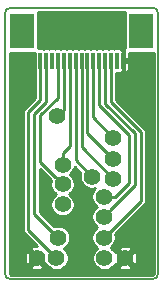
<source format=gtl>
%TF.GenerationSoftware,KiCad,Pcbnew,(6.0.0-rc1-dev-1-g01c5bdfb8)*%
%TF.CreationDate,2019-02-26T15:43:23+01:00*%
%TF.ProjectId,printhead_connector,7072696E74686561645F636F6E6E6563,rev?*%
%TF.SameCoordinates,Original*%
%TF.FileFunction,Copper,L1,Top,Signal*%
%TF.FilePolarity,Positive*%
%FSLAX46Y46*%
G04 Gerber Fmt 4.6, Leading zero omitted, Abs format (unit mm)*
G04 Created by KiCad (PCBNEW (6.0.0-rc1-dev-1-g01c5bdfb8)) date Tue Feb 26 15:43:23 2019*
%MOMM*%
%LPD*%
G01*
G04 APERTURE LIST*
%ADD10C,0.150000*%
%ADD11C,1.400000*%
%ADD12R,2.000000X3.000000*%
%ADD13R,0.300000X1.450000*%
%ADD14C,0.250000*%
%ADD15C,0.254000*%
G04 APERTURE END LIST*
D10*
X93500000Y-85500000D02*
G75*
G02X94000000Y-85000000I500000J0D01*
G01*
X106000000Y-85000000D02*
G75*
G02X106500000Y-85500000I0J-500000D01*
G01*
X106500000Y-107500000D02*
G75*
G02X106000000Y-108000000I-500000J0D01*
G01*
X94000000Y-108000000D02*
G75*
G02X93500000Y-107500000I0J500000D01*
G01*
X93500000Y-107500000D02*
X93500000Y-85500000D01*
X106000000Y-108000000D02*
X94000000Y-108000000D01*
X106500000Y-85500000D02*
X106500000Y-107500000D01*
X94000000Y-85000000D02*
X106000000Y-85000000D01*
D11*
X103690000Y-106200000D03*
X101940000Y-106200000D03*
X101860000Y-104480000D03*
X101860000Y-102700000D03*
X101860000Y-101000000D03*
X100880000Y-99300000D03*
X102700000Y-99500000D03*
X102700000Y-97800000D03*
X102700000Y-96000000D03*
X97950000Y-94200000D03*
X98390000Y-98300000D03*
X98390000Y-99940000D03*
X98390000Y-101650000D03*
X98030000Y-104480000D03*
X97870000Y-106200000D03*
X96200000Y-106200000D03*
D12*
X95000000Y-87000000D03*
X105000000Y-87000000D03*
D13*
X96500000Y-89500000D03*
X97000000Y-89500000D03*
X97500000Y-89500000D03*
X98000000Y-89500000D03*
X98500000Y-89500000D03*
X99000000Y-89500000D03*
X99500000Y-89500000D03*
X100000000Y-89500000D03*
X100500000Y-89500000D03*
X101000000Y-89500000D03*
X101500000Y-89500000D03*
X102000000Y-89500000D03*
X102500000Y-89500000D03*
X103000000Y-89500000D03*
X103500000Y-89500000D03*
D14*
X96500000Y-92860178D02*
X95500000Y-93860178D01*
X96500000Y-89500000D02*
X96500000Y-92860178D01*
X95500000Y-103830000D02*
X97870000Y-106200000D01*
X95500000Y-93860178D02*
X95500000Y-103830000D01*
X97000000Y-92996588D02*
X96000000Y-93996588D01*
X97000000Y-89500000D02*
X97000000Y-92996588D01*
X96000000Y-102450000D02*
X98030000Y-104480000D01*
X96000000Y-93996588D02*
X96000000Y-102450000D01*
X96500000Y-94132998D02*
X96500000Y-98050000D01*
X96500000Y-98050000D02*
X97690001Y-99240001D01*
X97690001Y-99240001D02*
X98390000Y-99940000D01*
X98000000Y-92632998D02*
X96500000Y-94132998D01*
X98000000Y-89500000D02*
X98000000Y-92632998D01*
X98500000Y-93650000D02*
X97950000Y-94200000D01*
X98500000Y-89500000D02*
X98500000Y-93650000D01*
X99000000Y-96700051D02*
X99000000Y-90475000D01*
X98390000Y-98300000D02*
X98390000Y-97310051D01*
X98390000Y-97310051D02*
X99000000Y-96700051D01*
X99000000Y-90475000D02*
X99000000Y-89500000D01*
X99500000Y-97920000D02*
X100880000Y-99300000D01*
X99500000Y-89500000D02*
X99500000Y-97920000D01*
X100000000Y-96800000D02*
X102700000Y-99500000D01*
X100000000Y-89500000D02*
X100000000Y-96800000D01*
X100500000Y-95600000D02*
X102700000Y-97800000D01*
X100500000Y-89500000D02*
X100500000Y-95600000D01*
X101000000Y-94300000D02*
X102700000Y-96000000D01*
X101000000Y-89500000D02*
X101000000Y-94300000D01*
X104000000Y-95782997D02*
X104000000Y-99849949D01*
X104000000Y-99849949D02*
X102849949Y-101000000D01*
X101500000Y-93282997D02*
X104000000Y-95782997D01*
X101500000Y-89500000D02*
X101500000Y-93282997D01*
X102849949Y-101000000D02*
X101860000Y-101000000D01*
X102000000Y-89500000D02*
X102000000Y-93146586D01*
X104500000Y-95646586D02*
X104500000Y-100060000D01*
X102559999Y-102000001D02*
X101860000Y-102700000D01*
X102000000Y-93146586D02*
X104500000Y-95646586D01*
X104500000Y-100060000D02*
X102559999Y-102000001D01*
X105000000Y-101340000D02*
X101860000Y-104480000D01*
X105000000Y-95510176D02*
X105000000Y-101340000D01*
X102500000Y-89500000D02*
X102500000Y-93010176D01*
X102500000Y-93010176D02*
X105000000Y-95510176D01*
D15*
G36*
X103677732Y-85435897D02*
X103671418Y-85500000D01*
X103671418Y-88448000D01*
X103656750Y-88448000D01*
X103575000Y-88529750D01*
X103575000Y-89373000D01*
X103895250Y-89373000D01*
X103977000Y-89291250D01*
X103977000Y-88826317D01*
X104000000Y-88828582D01*
X106000000Y-88828582D01*
X106064103Y-88822268D01*
X106098000Y-88811986D01*
X106098001Y-107480325D01*
X106094242Y-107518663D01*
X106088824Y-107536609D01*
X106080021Y-107553166D01*
X106068171Y-107567695D01*
X106053722Y-107579648D01*
X106037227Y-107588567D01*
X106019319Y-107594110D01*
X105982308Y-107598000D01*
X94019665Y-107598000D01*
X93981337Y-107594242D01*
X93963391Y-107588824D01*
X93946834Y-107580021D01*
X93932305Y-107568171D01*
X93920352Y-107553722D01*
X93911433Y-107537227D01*
X93905890Y-107519319D01*
X93902000Y-107482308D01*
X93902000Y-106955681D01*
X95623924Y-106955681D01*
X95700780Y-107103183D01*
X95886575Y-107183222D01*
X96084415Y-107225476D01*
X96286696Y-107228321D01*
X96485646Y-107191648D01*
X96673618Y-107116866D01*
X96699220Y-107103183D01*
X96776076Y-106955681D01*
X96200000Y-106379605D01*
X95623924Y-106955681D01*
X93902000Y-106955681D01*
X93902000Y-106286696D01*
X95171679Y-106286696D01*
X95208352Y-106485646D01*
X95283134Y-106673618D01*
X95296817Y-106699220D01*
X95444319Y-106776076D01*
X96020395Y-106200000D01*
X95444319Y-105623924D01*
X95296817Y-105700780D01*
X95216778Y-105886575D01*
X95174524Y-106084415D01*
X95171679Y-106286696D01*
X93902000Y-106286696D01*
X93902000Y-88811986D01*
X93935897Y-88822268D01*
X94000000Y-88828582D01*
X96000000Y-88828582D01*
X96021418Y-88826472D01*
X96021418Y-90225000D01*
X96027732Y-90289103D01*
X96046430Y-90350743D01*
X96048000Y-90353681D01*
X96048001Y-92672953D01*
X95196100Y-93524855D01*
X95178841Y-93539019D01*
X95122357Y-93607846D01*
X95084426Y-93678811D01*
X95080386Y-93686369D01*
X95054540Y-93771571D01*
X95045813Y-93860178D01*
X95048000Y-93882383D01*
X95048001Y-103807785D01*
X95045813Y-103830000D01*
X95054540Y-103918607D01*
X95080386Y-104003809D01*
X95080387Y-104003810D01*
X95122358Y-104082333D01*
X95178842Y-104151159D01*
X95196096Y-104165319D01*
X96203727Y-105172951D01*
X96113304Y-105171679D01*
X95914354Y-105208352D01*
X95726382Y-105283134D01*
X95700780Y-105296817D01*
X95623924Y-105444319D01*
X96200000Y-106020395D01*
X96214143Y-106006253D01*
X96393748Y-106185858D01*
X96379605Y-106200000D01*
X96955681Y-106776076D01*
X97003212Y-106751310D01*
X97072277Y-106854674D01*
X97215326Y-106997723D01*
X97383533Y-107110115D01*
X97570435Y-107187533D01*
X97768849Y-107227000D01*
X97971151Y-107227000D01*
X98169565Y-107187533D01*
X98356467Y-107110115D01*
X98524674Y-106997723D01*
X98667723Y-106854674D01*
X98780115Y-106686467D01*
X98857533Y-106499565D01*
X98897000Y-106301151D01*
X98897000Y-106098849D01*
X98857533Y-105900435D01*
X98780115Y-105713533D01*
X98667723Y-105545326D01*
X98524674Y-105402277D01*
X98510297Y-105392671D01*
X98516467Y-105390115D01*
X98684674Y-105277723D01*
X98827723Y-105134674D01*
X98940115Y-104966467D01*
X99017533Y-104779565D01*
X99057000Y-104581151D01*
X99057000Y-104378849D01*
X99017533Y-104180435D01*
X98940115Y-103993533D01*
X98827723Y-103825326D01*
X98684674Y-103682277D01*
X98516467Y-103569885D01*
X98329565Y-103492467D01*
X98131151Y-103453000D01*
X97928849Y-103453000D01*
X97730435Y-103492467D01*
X97695968Y-103506744D01*
X96452000Y-102262777D01*
X96452000Y-98641223D01*
X97386090Y-99575314D01*
X97386095Y-99575318D01*
X97416744Y-99605967D01*
X97402467Y-99640435D01*
X97363000Y-99838849D01*
X97363000Y-100041151D01*
X97402467Y-100239565D01*
X97479885Y-100426467D01*
X97592277Y-100594674D01*
X97735326Y-100737723D01*
X97821047Y-100795000D01*
X97735326Y-100852277D01*
X97592277Y-100995326D01*
X97479885Y-101163533D01*
X97402467Y-101350435D01*
X97363000Y-101548849D01*
X97363000Y-101751151D01*
X97402467Y-101949565D01*
X97479885Y-102136467D01*
X97592277Y-102304674D01*
X97735326Y-102447723D01*
X97903533Y-102560115D01*
X98090435Y-102637533D01*
X98288849Y-102677000D01*
X98491151Y-102677000D01*
X98689565Y-102637533D01*
X98876467Y-102560115D01*
X99044674Y-102447723D01*
X99187723Y-102304674D01*
X99300115Y-102136467D01*
X99377533Y-101949565D01*
X99417000Y-101751151D01*
X99417000Y-101548849D01*
X99377533Y-101350435D01*
X99300115Y-101163533D01*
X99187723Y-100995326D01*
X99044674Y-100852277D01*
X98958953Y-100795000D01*
X99044674Y-100737723D01*
X99187723Y-100594674D01*
X99300115Y-100426467D01*
X99377533Y-100239565D01*
X99417000Y-100041151D01*
X99417000Y-99838849D01*
X99377533Y-99640435D01*
X99300115Y-99453533D01*
X99187723Y-99285326D01*
X99044674Y-99142277D01*
X99011334Y-99120000D01*
X99044674Y-99097723D01*
X99187723Y-98954674D01*
X99300115Y-98786467D01*
X99377533Y-98599565D01*
X99404545Y-98463768D01*
X99906744Y-98965968D01*
X99892467Y-99000435D01*
X99853000Y-99198849D01*
X99853000Y-99401151D01*
X99892467Y-99599565D01*
X99969885Y-99786467D01*
X100082277Y-99954674D01*
X100225326Y-100097723D01*
X100393533Y-100210115D01*
X100580435Y-100287533D01*
X100778849Y-100327000D01*
X100981151Y-100327000D01*
X101105297Y-100302306D01*
X101062277Y-100345326D01*
X100949885Y-100513533D01*
X100872467Y-100700435D01*
X100833000Y-100898849D01*
X100833000Y-101101151D01*
X100872467Y-101299565D01*
X100949885Y-101486467D01*
X101062277Y-101654674D01*
X101205326Y-101797723D01*
X101283564Y-101850000D01*
X101205326Y-101902277D01*
X101062277Y-102045326D01*
X100949885Y-102213533D01*
X100872467Y-102400435D01*
X100833000Y-102598849D01*
X100833000Y-102801151D01*
X100872467Y-102999565D01*
X100949885Y-103186467D01*
X101062277Y-103354674D01*
X101205326Y-103497723D01*
X101343429Y-103590000D01*
X101205326Y-103682277D01*
X101062277Y-103825326D01*
X100949885Y-103993533D01*
X100872467Y-104180435D01*
X100833000Y-104378849D01*
X100833000Y-104581151D01*
X100872467Y-104779565D01*
X100949885Y-104966467D01*
X101062277Y-105134674D01*
X101205326Y-105277723D01*
X101338530Y-105366727D01*
X101285326Y-105402277D01*
X101142277Y-105545326D01*
X101029885Y-105713533D01*
X100952467Y-105900435D01*
X100913000Y-106098849D01*
X100913000Y-106301151D01*
X100952467Y-106499565D01*
X101029885Y-106686467D01*
X101142277Y-106854674D01*
X101285326Y-106997723D01*
X101453533Y-107110115D01*
X101640435Y-107187533D01*
X101838849Y-107227000D01*
X102041151Y-107227000D01*
X102239565Y-107187533D01*
X102426467Y-107110115D01*
X102594674Y-106997723D01*
X102636716Y-106955681D01*
X103113924Y-106955681D01*
X103190780Y-107103183D01*
X103376575Y-107183222D01*
X103574415Y-107225476D01*
X103776696Y-107228321D01*
X103975646Y-107191648D01*
X104163618Y-107116866D01*
X104189220Y-107103183D01*
X104266076Y-106955681D01*
X103690000Y-106379605D01*
X103113924Y-106955681D01*
X102636716Y-106955681D01*
X102737723Y-106854674D01*
X102827448Y-106720391D01*
X102934319Y-106776076D01*
X103510395Y-106200000D01*
X103869605Y-106200000D01*
X104445681Y-106776076D01*
X104593183Y-106699220D01*
X104673222Y-106513425D01*
X104715476Y-106315585D01*
X104718321Y-106113304D01*
X104681648Y-105914354D01*
X104606866Y-105726382D01*
X104593183Y-105700780D01*
X104445681Y-105623924D01*
X103869605Y-106200000D01*
X103510395Y-106200000D01*
X102934319Y-105623924D01*
X102827448Y-105679609D01*
X102737723Y-105545326D01*
X102636716Y-105444319D01*
X103113924Y-105444319D01*
X103690000Y-106020395D01*
X104266076Y-105444319D01*
X104189220Y-105296817D01*
X104003425Y-105216778D01*
X103805585Y-105174524D01*
X103603304Y-105171679D01*
X103404354Y-105208352D01*
X103216382Y-105283134D01*
X103190780Y-105296817D01*
X103113924Y-105444319D01*
X102636716Y-105444319D01*
X102594674Y-105402277D01*
X102461470Y-105313273D01*
X102514674Y-105277723D01*
X102657723Y-105134674D01*
X102770115Y-104966467D01*
X102847533Y-104779565D01*
X102887000Y-104581151D01*
X102887000Y-104378849D01*
X102847533Y-104180435D01*
X102833256Y-104145967D01*
X105303905Y-101675319D01*
X105321159Y-101661159D01*
X105377643Y-101592333D01*
X105419614Y-101513810D01*
X105427908Y-101486467D01*
X105445460Y-101428608D01*
X105454187Y-101340000D01*
X105452000Y-101317795D01*
X105452000Y-95532381D01*
X105454187Y-95510176D01*
X105445460Y-95421568D01*
X105419614Y-95336366D01*
X105381301Y-95264687D01*
X105377643Y-95257843D01*
X105321159Y-95189017D01*
X105303906Y-95174858D01*
X102952000Y-92822953D01*
X102952000Y-90553582D01*
X103150000Y-90553582D01*
X103214103Y-90547268D01*
X103248408Y-90536862D01*
X103254617Y-90539434D01*
X103317793Y-90552000D01*
X103343250Y-90552000D01*
X103425000Y-90470250D01*
X103425000Y-90404194D01*
X103453570Y-90350743D01*
X103472268Y-90289103D01*
X103478582Y-90225000D01*
X103478582Y-89627000D01*
X103575000Y-89627000D01*
X103575000Y-90470250D01*
X103656750Y-90552000D01*
X103682207Y-90552000D01*
X103745383Y-90539434D01*
X103804893Y-90514784D01*
X103858451Y-90478997D01*
X103903998Y-90433450D01*
X103939784Y-90379892D01*
X103964434Y-90320382D01*
X103977000Y-90257206D01*
X103977000Y-89708750D01*
X103895250Y-89627000D01*
X103575000Y-89627000D01*
X103478582Y-89627000D01*
X103478582Y-88775000D01*
X103472268Y-88710897D01*
X103453570Y-88649257D01*
X103425000Y-88595806D01*
X103425000Y-88529750D01*
X103343250Y-88448000D01*
X103317793Y-88448000D01*
X103254617Y-88460566D01*
X103248408Y-88463138D01*
X103214103Y-88452732D01*
X103150000Y-88446418D01*
X102850000Y-88446418D01*
X102785897Y-88452732D01*
X102750000Y-88463621D01*
X102714103Y-88452732D01*
X102650000Y-88446418D01*
X102350000Y-88446418D01*
X102285897Y-88452732D01*
X102250000Y-88463621D01*
X102214103Y-88452732D01*
X102150000Y-88446418D01*
X101850000Y-88446418D01*
X101785897Y-88452732D01*
X101750000Y-88463621D01*
X101714103Y-88452732D01*
X101650000Y-88446418D01*
X101350000Y-88446418D01*
X101285897Y-88452732D01*
X101250000Y-88463621D01*
X101214103Y-88452732D01*
X101150000Y-88446418D01*
X100850000Y-88446418D01*
X100785897Y-88452732D01*
X100750000Y-88463621D01*
X100714103Y-88452732D01*
X100650000Y-88446418D01*
X100350000Y-88446418D01*
X100285897Y-88452732D01*
X100250000Y-88463621D01*
X100214103Y-88452732D01*
X100150000Y-88446418D01*
X99850000Y-88446418D01*
X99785897Y-88452732D01*
X99750000Y-88463621D01*
X99714103Y-88452732D01*
X99650000Y-88446418D01*
X99350000Y-88446418D01*
X99285897Y-88452732D01*
X99250000Y-88463621D01*
X99214103Y-88452732D01*
X99150000Y-88446418D01*
X98850000Y-88446418D01*
X98785897Y-88452732D01*
X98750000Y-88463621D01*
X98714103Y-88452732D01*
X98650000Y-88446418D01*
X98350000Y-88446418D01*
X98285897Y-88452732D01*
X98250000Y-88463621D01*
X98214103Y-88452732D01*
X98150000Y-88446418D01*
X97850000Y-88446418D01*
X97785897Y-88452732D01*
X97750000Y-88463621D01*
X97714103Y-88452732D01*
X97650000Y-88446418D01*
X97350000Y-88446418D01*
X97285897Y-88452732D01*
X97250000Y-88463621D01*
X97214103Y-88452732D01*
X97150000Y-88446418D01*
X96850000Y-88446418D01*
X96785897Y-88452732D01*
X96750000Y-88463621D01*
X96714103Y-88452732D01*
X96650000Y-88446418D01*
X96350000Y-88446418D01*
X96328582Y-88448528D01*
X96328582Y-85500000D01*
X96322268Y-85435897D01*
X96311986Y-85402000D01*
X103688014Y-85402000D01*
X103677732Y-85435897D01*
X103677732Y-85435897D01*
G37*
X103677732Y-85435897D02*
X103671418Y-85500000D01*
X103671418Y-88448000D01*
X103656750Y-88448000D01*
X103575000Y-88529750D01*
X103575000Y-89373000D01*
X103895250Y-89373000D01*
X103977000Y-89291250D01*
X103977000Y-88826317D01*
X104000000Y-88828582D01*
X106000000Y-88828582D01*
X106064103Y-88822268D01*
X106098000Y-88811986D01*
X106098001Y-107480325D01*
X106094242Y-107518663D01*
X106088824Y-107536609D01*
X106080021Y-107553166D01*
X106068171Y-107567695D01*
X106053722Y-107579648D01*
X106037227Y-107588567D01*
X106019319Y-107594110D01*
X105982308Y-107598000D01*
X94019665Y-107598000D01*
X93981337Y-107594242D01*
X93963391Y-107588824D01*
X93946834Y-107580021D01*
X93932305Y-107568171D01*
X93920352Y-107553722D01*
X93911433Y-107537227D01*
X93905890Y-107519319D01*
X93902000Y-107482308D01*
X93902000Y-106955681D01*
X95623924Y-106955681D01*
X95700780Y-107103183D01*
X95886575Y-107183222D01*
X96084415Y-107225476D01*
X96286696Y-107228321D01*
X96485646Y-107191648D01*
X96673618Y-107116866D01*
X96699220Y-107103183D01*
X96776076Y-106955681D01*
X96200000Y-106379605D01*
X95623924Y-106955681D01*
X93902000Y-106955681D01*
X93902000Y-106286696D01*
X95171679Y-106286696D01*
X95208352Y-106485646D01*
X95283134Y-106673618D01*
X95296817Y-106699220D01*
X95444319Y-106776076D01*
X96020395Y-106200000D01*
X95444319Y-105623924D01*
X95296817Y-105700780D01*
X95216778Y-105886575D01*
X95174524Y-106084415D01*
X95171679Y-106286696D01*
X93902000Y-106286696D01*
X93902000Y-88811986D01*
X93935897Y-88822268D01*
X94000000Y-88828582D01*
X96000000Y-88828582D01*
X96021418Y-88826472D01*
X96021418Y-90225000D01*
X96027732Y-90289103D01*
X96046430Y-90350743D01*
X96048000Y-90353681D01*
X96048001Y-92672953D01*
X95196100Y-93524855D01*
X95178841Y-93539019D01*
X95122357Y-93607846D01*
X95084426Y-93678811D01*
X95080386Y-93686369D01*
X95054540Y-93771571D01*
X95045813Y-93860178D01*
X95048000Y-93882383D01*
X95048001Y-103807785D01*
X95045813Y-103830000D01*
X95054540Y-103918607D01*
X95080386Y-104003809D01*
X95080387Y-104003810D01*
X95122358Y-104082333D01*
X95178842Y-104151159D01*
X95196096Y-104165319D01*
X96203727Y-105172951D01*
X96113304Y-105171679D01*
X95914354Y-105208352D01*
X95726382Y-105283134D01*
X95700780Y-105296817D01*
X95623924Y-105444319D01*
X96200000Y-106020395D01*
X96214143Y-106006253D01*
X96393748Y-106185858D01*
X96379605Y-106200000D01*
X96955681Y-106776076D01*
X97003212Y-106751310D01*
X97072277Y-106854674D01*
X97215326Y-106997723D01*
X97383533Y-107110115D01*
X97570435Y-107187533D01*
X97768849Y-107227000D01*
X97971151Y-107227000D01*
X98169565Y-107187533D01*
X98356467Y-107110115D01*
X98524674Y-106997723D01*
X98667723Y-106854674D01*
X98780115Y-106686467D01*
X98857533Y-106499565D01*
X98897000Y-106301151D01*
X98897000Y-106098849D01*
X98857533Y-105900435D01*
X98780115Y-105713533D01*
X98667723Y-105545326D01*
X98524674Y-105402277D01*
X98510297Y-105392671D01*
X98516467Y-105390115D01*
X98684674Y-105277723D01*
X98827723Y-105134674D01*
X98940115Y-104966467D01*
X99017533Y-104779565D01*
X99057000Y-104581151D01*
X99057000Y-104378849D01*
X99017533Y-104180435D01*
X98940115Y-103993533D01*
X98827723Y-103825326D01*
X98684674Y-103682277D01*
X98516467Y-103569885D01*
X98329565Y-103492467D01*
X98131151Y-103453000D01*
X97928849Y-103453000D01*
X97730435Y-103492467D01*
X97695968Y-103506744D01*
X96452000Y-102262777D01*
X96452000Y-98641223D01*
X97386090Y-99575314D01*
X97386095Y-99575318D01*
X97416744Y-99605967D01*
X97402467Y-99640435D01*
X97363000Y-99838849D01*
X97363000Y-100041151D01*
X97402467Y-100239565D01*
X97479885Y-100426467D01*
X97592277Y-100594674D01*
X97735326Y-100737723D01*
X97821047Y-100795000D01*
X97735326Y-100852277D01*
X97592277Y-100995326D01*
X97479885Y-101163533D01*
X97402467Y-101350435D01*
X97363000Y-101548849D01*
X97363000Y-101751151D01*
X97402467Y-101949565D01*
X97479885Y-102136467D01*
X97592277Y-102304674D01*
X97735326Y-102447723D01*
X97903533Y-102560115D01*
X98090435Y-102637533D01*
X98288849Y-102677000D01*
X98491151Y-102677000D01*
X98689565Y-102637533D01*
X98876467Y-102560115D01*
X99044674Y-102447723D01*
X99187723Y-102304674D01*
X99300115Y-102136467D01*
X99377533Y-101949565D01*
X99417000Y-101751151D01*
X99417000Y-101548849D01*
X99377533Y-101350435D01*
X99300115Y-101163533D01*
X99187723Y-100995326D01*
X99044674Y-100852277D01*
X98958953Y-100795000D01*
X99044674Y-100737723D01*
X99187723Y-100594674D01*
X99300115Y-100426467D01*
X99377533Y-100239565D01*
X99417000Y-100041151D01*
X99417000Y-99838849D01*
X99377533Y-99640435D01*
X99300115Y-99453533D01*
X99187723Y-99285326D01*
X99044674Y-99142277D01*
X99011334Y-99120000D01*
X99044674Y-99097723D01*
X99187723Y-98954674D01*
X99300115Y-98786467D01*
X99377533Y-98599565D01*
X99404545Y-98463768D01*
X99906744Y-98965968D01*
X99892467Y-99000435D01*
X99853000Y-99198849D01*
X99853000Y-99401151D01*
X99892467Y-99599565D01*
X99969885Y-99786467D01*
X100082277Y-99954674D01*
X100225326Y-100097723D01*
X100393533Y-100210115D01*
X100580435Y-100287533D01*
X100778849Y-100327000D01*
X100981151Y-100327000D01*
X101105297Y-100302306D01*
X101062277Y-100345326D01*
X100949885Y-100513533D01*
X100872467Y-100700435D01*
X100833000Y-100898849D01*
X100833000Y-101101151D01*
X100872467Y-101299565D01*
X100949885Y-101486467D01*
X101062277Y-101654674D01*
X101205326Y-101797723D01*
X101283564Y-101850000D01*
X101205326Y-101902277D01*
X101062277Y-102045326D01*
X100949885Y-102213533D01*
X100872467Y-102400435D01*
X100833000Y-102598849D01*
X100833000Y-102801151D01*
X100872467Y-102999565D01*
X100949885Y-103186467D01*
X101062277Y-103354674D01*
X101205326Y-103497723D01*
X101343429Y-103590000D01*
X101205326Y-103682277D01*
X101062277Y-103825326D01*
X100949885Y-103993533D01*
X100872467Y-104180435D01*
X100833000Y-104378849D01*
X100833000Y-104581151D01*
X100872467Y-104779565D01*
X100949885Y-104966467D01*
X101062277Y-105134674D01*
X101205326Y-105277723D01*
X101338530Y-105366727D01*
X101285326Y-105402277D01*
X101142277Y-105545326D01*
X101029885Y-105713533D01*
X100952467Y-105900435D01*
X100913000Y-106098849D01*
X100913000Y-106301151D01*
X100952467Y-106499565D01*
X101029885Y-106686467D01*
X101142277Y-106854674D01*
X101285326Y-106997723D01*
X101453533Y-107110115D01*
X101640435Y-107187533D01*
X101838849Y-107227000D01*
X102041151Y-107227000D01*
X102239565Y-107187533D01*
X102426467Y-107110115D01*
X102594674Y-106997723D01*
X102636716Y-106955681D01*
X103113924Y-106955681D01*
X103190780Y-107103183D01*
X103376575Y-107183222D01*
X103574415Y-107225476D01*
X103776696Y-107228321D01*
X103975646Y-107191648D01*
X104163618Y-107116866D01*
X104189220Y-107103183D01*
X104266076Y-106955681D01*
X103690000Y-106379605D01*
X103113924Y-106955681D01*
X102636716Y-106955681D01*
X102737723Y-106854674D01*
X102827448Y-106720391D01*
X102934319Y-106776076D01*
X103510395Y-106200000D01*
X103869605Y-106200000D01*
X104445681Y-106776076D01*
X104593183Y-106699220D01*
X104673222Y-106513425D01*
X104715476Y-106315585D01*
X104718321Y-106113304D01*
X104681648Y-105914354D01*
X104606866Y-105726382D01*
X104593183Y-105700780D01*
X104445681Y-105623924D01*
X103869605Y-106200000D01*
X103510395Y-106200000D01*
X102934319Y-105623924D01*
X102827448Y-105679609D01*
X102737723Y-105545326D01*
X102636716Y-105444319D01*
X103113924Y-105444319D01*
X103690000Y-106020395D01*
X104266076Y-105444319D01*
X104189220Y-105296817D01*
X104003425Y-105216778D01*
X103805585Y-105174524D01*
X103603304Y-105171679D01*
X103404354Y-105208352D01*
X103216382Y-105283134D01*
X103190780Y-105296817D01*
X103113924Y-105444319D01*
X102636716Y-105444319D01*
X102594674Y-105402277D01*
X102461470Y-105313273D01*
X102514674Y-105277723D01*
X102657723Y-105134674D01*
X102770115Y-104966467D01*
X102847533Y-104779565D01*
X102887000Y-104581151D01*
X102887000Y-104378849D01*
X102847533Y-104180435D01*
X102833256Y-104145967D01*
X105303905Y-101675319D01*
X105321159Y-101661159D01*
X105377643Y-101592333D01*
X105419614Y-101513810D01*
X105427908Y-101486467D01*
X105445460Y-101428608D01*
X105454187Y-101340000D01*
X105452000Y-101317795D01*
X105452000Y-95532381D01*
X105454187Y-95510176D01*
X105445460Y-95421568D01*
X105419614Y-95336366D01*
X105381301Y-95264687D01*
X105377643Y-95257843D01*
X105321159Y-95189017D01*
X105303906Y-95174858D01*
X102952000Y-92822953D01*
X102952000Y-90553582D01*
X103150000Y-90553582D01*
X103214103Y-90547268D01*
X103248408Y-90536862D01*
X103254617Y-90539434D01*
X103317793Y-90552000D01*
X103343250Y-90552000D01*
X103425000Y-90470250D01*
X103425000Y-90404194D01*
X103453570Y-90350743D01*
X103472268Y-90289103D01*
X103478582Y-90225000D01*
X103478582Y-89627000D01*
X103575000Y-89627000D01*
X103575000Y-90470250D01*
X103656750Y-90552000D01*
X103682207Y-90552000D01*
X103745383Y-90539434D01*
X103804893Y-90514784D01*
X103858451Y-90478997D01*
X103903998Y-90433450D01*
X103939784Y-90379892D01*
X103964434Y-90320382D01*
X103977000Y-90257206D01*
X103977000Y-89708750D01*
X103895250Y-89627000D01*
X103575000Y-89627000D01*
X103478582Y-89627000D01*
X103478582Y-88775000D01*
X103472268Y-88710897D01*
X103453570Y-88649257D01*
X103425000Y-88595806D01*
X103425000Y-88529750D01*
X103343250Y-88448000D01*
X103317793Y-88448000D01*
X103254617Y-88460566D01*
X103248408Y-88463138D01*
X103214103Y-88452732D01*
X103150000Y-88446418D01*
X102850000Y-88446418D01*
X102785897Y-88452732D01*
X102750000Y-88463621D01*
X102714103Y-88452732D01*
X102650000Y-88446418D01*
X102350000Y-88446418D01*
X102285897Y-88452732D01*
X102250000Y-88463621D01*
X102214103Y-88452732D01*
X102150000Y-88446418D01*
X101850000Y-88446418D01*
X101785897Y-88452732D01*
X101750000Y-88463621D01*
X101714103Y-88452732D01*
X101650000Y-88446418D01*
X101350000Y-88446418D01*
X101285897Y-88452732D01*
X101250000Y-88463621D01*
X101214103Y-88452732D01*
X101150000Y-88446418D01*
X100850000Y-88446418D01*
X100785897Y-88452732D01*
X100750000Y-88463621D01*
X100714103Y-88452732D01*
X100650000Y-88446418D01*
X100350000Y-88446418D01*
X100285897Y-88452732D01*
X100250000Y-88463621D01*
X100214103Y-88452732D01*
X100150000Y-88446418D01*
X99850000Y-88446418D01*
X99785897Y-88452732D01*
X99750000Y-88463621D01*
X99714103Y-88452732D01*
X99650000Y-88446418D01*
X99350000Y-88446418D01*
X99285897Y-88452732D01*
X99250000Y-88463621D01*
X99214103Y-88452732D01*
X99150000Y-88446418D01*
X98850000Y-88446418D01*
X98785897Y-88452732D01*
X98750000Y-88463621D01*
X98714103Y-88452732D01*
X98650000Y-88446418D01*
X98350000Y-88446418D01*
X98285897Y-88452732D01*
X98250000Y-88463621D01*
X98214103Y-88452732D01*
X98150000Y-88446418D01*
X97850000Y-88446418D01*
X97785897Y-88452732D01*
X97750000Y-88463621D01*
X97714103Y-88452732D01*
X97650000Y-88446418D01*
X97350000Y-88446418D01*
X97285897Y-88452732D01*
X97250000Y-88463621D01*
X97214103Y-88452732D01*
X97150000Y-88446418D01*
X96850000Y-88446418D01*
X96785897Y-88452732D01*
X96750000Y-88463621D01*
X96714103Y-88452732D01*
X96650000Y-88446418D01*
X96350000Y-88446418D01*
X96328582Y-88448528D01*
X96328582Y-85500000D01*
X96322268Y-85435897D01*
X96311986Y-85402000D01*
X103688014Y-85402000D01*
X103677732Y-85435897D01*
M02*

</source>
